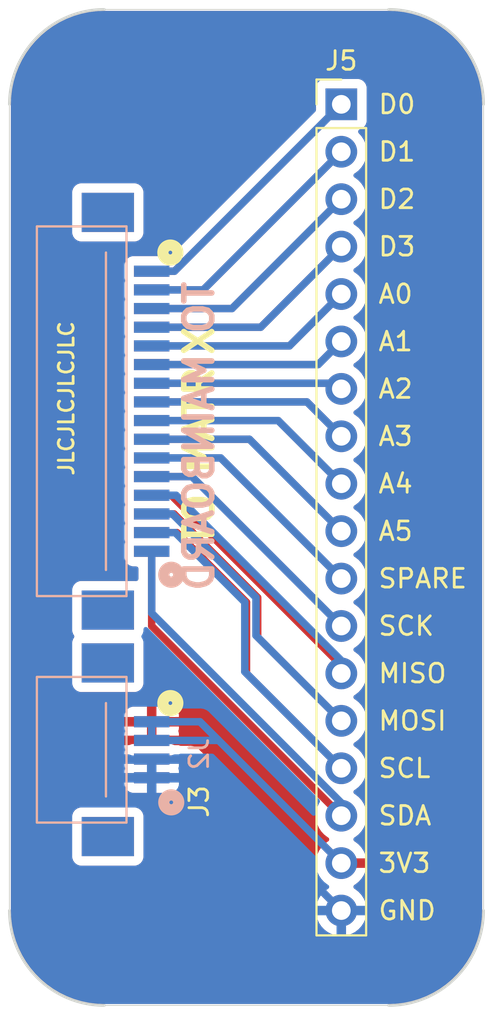
<source format=kicad_pcb>
(kicad_pcb (version 20221018) (generator pcbnew)
  (layers (0 "F.Cu" signal) (31 "B.Cu" signal) (34 "B.Paste" user) (35 "F.Paste" user) (36 "B.SilkS" user "B.Silkscreen") (37 "F.SilkS" user "F.Silkscreen") (38 "B.Mask" user) (39 "F.Mask" user) (44 "Edge.Cuts" user))
  (net 0 "")
  (net 1 "GND")
  (net 2 "SCK")
  (net 3 "MISO")
  (net 4 "MOSI")
  (net 5 "SCL")
  (net 6 "SDA")
  (net 7 "SPARE")
  (net 8 "A5")
  (net 9 "D1")
  (net 10 "A1")
  (net 11 "A0")
  (net 12 "A2")
  (net 13 "D3")
  (net 14 "D0")
  (net 15 "D2")
  (net 16 "A3")
  (net 17 "A4")
  (net 18 "+3V3")
  (footprint "Connector_PinHeader_2.54mm:PinHeader_1x18_P2.54mm_Vertical" (layer "F.Cu") (at 78.74 81.28)
    (fp_text reference "J5" (at 0 -2.33) (layer "F.SilkS"))
    (fp_text value "Conn_01x18")
    (fp_line (start -1.33 -1.33) (end 0 -1.33) (stroke (width 0.12)) (layer "F.SilkS"))
    (fp_line (start -1.33 0) (end -1.33 -1.33) (stroke (width 0.12)) (layer "F.SilkS"))
    (fp_line (start -1.33 1.27) (end -1.33 44.51) (stroke (width 0.12)) (layer "F.SilkS"))
    (fp_line (start -1.33 1.27) (end 1.33 1.27) (stroke (width 0.12)) (layer "F.SilkS"))
    (fp_line (start -1.33 44.51) (end 1.33 44.51) (stroke (width 0.12)) (layer "F.SilkS"))
    (fp_line (start 1.33 1.27) (end 1.33 44.51) (stroke (width 0.12)) (layer "F.SilkS"))
    (pad "1" thru_hole rect (at 0 0) (size 1.7 1.7) (drill 1) (layers "*.Cu" "*.Mask") (net 14 "D0"))
    (pad "2" thru_hole oval (at 0 2.54) (size 1.7 1.7) (drill 1) (layers "*.Cu" "*.Mask") (net 9 "D1"))
    (pad "3" thru_hole oval (at 0 5.08) (size 1.7 1.7) (drill 1) (layers "*.Cu" "*.Mask") (net 15 "D2"))
    (pad "4" thru_hole oval (at 0 7.62) (size 1.7 1.7) (drill 1) (layers "*.Cu" "*.Mask") (net 13 "D3"))
    (pad "5" thru_hole oval (at 0 10.16) (size 1.7 1.7) (drill 1) (layers "*.Cu" "*.Mask") (net 11 "A0"))
    (pad "6" thru_hole oval (at 0 12.7) (size 1.7 1.7) (drill 1) (layers "*.Cu" "*.Mask") (net 10 "A1"))
    (pad "7" thru_hole oval (at 0 15.24) (size 1.7 1.7) (drill 1) (layers "*.Cu" "*.Mask") (net 12 "A2"))
    (pad "8" thru_hole oval (at 0 17.78) (size 1.7 1.7) (drill 1) (layers "*.Cu" "*.Mask") (net 16 "A3"))
    (pad "9" thru_hole oval (at 0 20.32) (size 1.7 1.7) (drill 1) (layers "*.Cu" "*.Mask") (net 17 "A4"))
    (pad "10" thru_hole oval (at 0 22.86) (size 1.7 1.7) (drill 1) (layers "*.Cu" "*.Mask") (net 8 "A5"))
    (pad "11" thru_hole oval (at 0 25.4) (size 1.7 1.7) (drill 1) (layers "*.Cu" "*.Mask") (net 7 "SPARE"))
    (pad "12" thru_hole oval (at 0 27.94) (size 1.7 1.7) (drill 1) (layers "*.Cu" "*.Mask") (net 2 "SCK"))
    (pad "13" thru_hole oval (at 0 30.48) (size 1.7 1.7) (drill 1) (layers "*.Cu" "*.Mask") (net 3 "MISO"))
    (pad "14" thru_hole oval (at 0 33.02) (size 1.7 1.7) (drill 1) (layers "*.Cu" "*.Mask") (net 4 "MOSI"))
    (pad "15" thru_hole oval (at 0 35.56) (size 1.7 1.7) (drill 1) (layers "*.Cu" "*.Mask") (net 5 "SCL"))
    (pad "16" thru_hole oval (at 0 38.1) (size 1.7 1.7) (drill 1) (layers "*.Cu" "*.Mask") (net 6 "SDA"))
    (pad "17" thru_hole oval (at 0 40.64) (size 1.7 1.7) (drill 1) (layers "*.Cu" "*.Mask") (net 18 "+3V3"))
    (pad "18" thru_hole oval (at 0 43.18) (size 1.7 1.7) (drill 1) (layers "*.Cu" "*.Mask") (net 1 "GND"))
  )
  (footprint "Gigahawk:QUARTET_RECV_MAIN" (layer "F.Cu") (at 68.58 117.348 -90)
    (fp_text reference "J3" (at 1.27 -2.54 90) (layer "F.SilkS"))
    (fp_text value "QUARTET_RECV")
    (fp_line (start -29.53 1.35) (end -29.53 6.15) (stroke (width 0.12)) (layer "F.SilkS"))
    (fp_line (start -29.53 1.35) (end -9.73 1.35) (stroke (width 0.12)) (layer "F.SilkS"))
    (fp_line (start -29.53 6.15) (end -9.73 6.15) (stroke (width 0.12)) (layer "F.SilkS"))
    (fp_line (start -28.13 2.45) (end -11.13 2.45) (stroke (width 0.12)) (layer "F.SilkS"))
    (fp_line (start -9.73 6.15) (end -9.73 1.35) (stroke (width 0.12)) (layer "F.SilkS"))
    (fp_line (start -5.4 1.35) (end -5.4 6.15) (stroke (width 0.12)) (layer "F.SilkS"))
    (fp_line (start -5.4 1.35) (end 2.4 1.35) (stroke (width 0.12)) (layer "F.SilkS"))
    (fp_line (start -5.4 6.15) (end 2.4 6.15) (stroke (width 0.12)) (layer "F.SilkS"))
    (fp_line (start -4 2.45) (end 1 2.45) (stroke (width 0.12)) (layer "F.SilkS"))
    (fp_line (start 2.4 6.15) (end 2.4 1.35) (stroke (width 0.12)) (layer "F.SilkS"))
    (fp_circle (center -28.13 -1) (end -28.03 -1) (stroke (width 0.6)) (fill none) (layer "F.SilkS"))
    (fp_circle (center -4 -1) (end -3.9 -1) (stroke (width 0.6)) (fill none) (layer "F.SilkS"))
    (pad "1" smd rect (at -27.13 0 270) (size 0.6 1.9) (layers "F.Cu" "F.Paste" "F.Mask") (net 14 "D0"))
    (pad "2" smd rect (at -26.13 0 270) (size 0.6 1.9) (layers "F.Cu" "F.Paste" "F.Mask") (net 9 "D1"))
    (pad "3" smd rect (at -25.13 0 270) (size 0.6 1.9) (layers "F.Cu" "F.Paste" "F.Mask") (net 15 "D2"))
    (pad "4" smd rect (at -24.13 0 270) (size 0.6 1.9) (layers "F.Cu" "F.Paste" "F.Mask") (net 13 "D3"))
    (pad "5" smd rect (at -23.13 0 270) (size 0.6 1.9) (layers "F.Cu" "F.Paste" "F.Mask") (net 11 "A0"))
    (pad "6" smd rect (at -22.13 0 270) (size 0.6 1.9) (layers "F.Cu" "F.Paste" "F.Mask") (net 10 "A1"))
    (pad "7" smd rect (at -21.13 0 270) (size 0.6 1.9) (layers "F.Cu" "F.Paste" "F.Mask") (net 12 "A2"))
    (pad "8" smd rect (at -20.13 0 270) (size 0.6 1.9) (layers "F.Cu" "F.Paste" "F.Mask") (net 16 "A3"))
    (pad "9" smd rect (at -19.13 0 270) (size 0.6 1.9) (layers "F.Cu" "F.Paste" "F.Mask") (net 17 "A4"))
    (pad "10" smd rect (at -18.13 0 270) (size 0.6 1.9) (layers "F.Cu" "F.Paste" "F.Mask") (net 8 "A5"))
    (pad "11" smd rect (at -17.13 0 270) (size 0.6 1.9) (layers "F.Cu" "F.Paste" "F.Mask") (net 7 "SPARE"))
    (pad "12" smd rect (at -16.13 0 270) (size 0.6 1.9) (layers "F.Cu" "F.Paste" "F.Mask") (net 2 "SCK"))
    (pad "13" smd rect (at -15.13 0 270) (size 0.6 1.9) (layers "F.Cu" "F.Paste" "F.Mask") (net 3 "MISO"))
    (pad "14" smd rect (at -14.13 0 270) (size 0.6 1.9) (layers "F.Cu" "F.Paste" "F.Mask") (net 4 "MOSI"))
    (pad "15" smd rect (at -13.13 0 270) (size 0.6 1.9) (layers "F.Cu" "F.Paste" "F.Mask") (net 5 "SCL"))
    (pad "16" smd rect (at -12.13 0 270) (size 0.6 1.9) (layers "F.Cu" "F.Paste" "F.Mask") (net 6 "SDA"))
    (pad "17" smd rect (at -3 0 270) (size 0.6 1.9) (layers "F.Cu" "F.Paste" "F.Mask") (net 18 "+3V3"))
    (pad "18" smd rect (at -2 0 270) (size 0.6 1.9) (layers "F.Cu" "F.Paste" "F.Mask") (net 18 "+3V3"))
    (pad "19" smd rect (at -1 0 270) (size 0.6 1.9) (layers "F.Cu" "F.Paste" "F.Mask") (net 1 "GND"))
    (pad "20" smd rect (at 0 0 270) (size 0.6 1.9) (layers "F.Cu" "F.Paste" "F.Mask") (net 1 "GND"))
    (pad "MT1" smd rect (at -30.28 2.35 270) (size 2.1 2.8) (layers "F.Cu" "F.Paste" "F.Mask"))
    (pad "MT2" smd rect (at -8.98 2.35 270) (size 2.1 2.8) (layers "F.Cu" "F.Paste" "F.Mask"))
    (pad "MT3" smd rect (at -6.15 2.35 270) (size 2.1 2.8) (layers "F.Cu" "F.Paste" "F.Mask"))
    (pad "MT4" smd rect (at 3.15 2.35 270) (size 2.1 2.8) (layers "F.Cu" "F.Paste" "F.Mask"))
  )
  (footprint "Gigahawk:QUARTET_RECV_MATRIX" (layer "B.Cu") (at 68.58 117.348 90)
    (fp_text reference "J2" (at 1.27 2.54 90) (layer "B.SilkS") (effects (justify mirror)))
    (fp_text value "QUARTET_RECV")
    (fp_line (start -2.4 -6.15) (end -2.4 -1.35) (stroke (width 0.12)) (layer "B.SilkS"))
    (fp_line (start 4 -2.45) (end -1 -2.45) (stroke (width 0.12)) (layer "B.SilkS"))
    (fp_line (start 5.4 -6.15) (end -2.4 -6.15) (stroke (width 0.12)) (layer "B.SilkS"))
    (fp_line (start 5.4 -1.35) (end -2.4 -1.35) (stroke (width 0.12)) (layer "B.SilkS"))
    (fp_line (start 5.4 -1.35) (end 5.4 -6.15) (stroke (width 0.12)) (layer "B.SilkS"))
    (fp_line (start 9.73 -6.15) (end 9.73 -1.35) (stroke (width 0.12)) (layer "B.SilkS"))
    (fp_line (start 28.13 -2.45) (end 11.13 -2.45) (stroke (width 0.12)) (layer "B.SilkS"))
    (fp_line (start 29.53 -6.15) (end 9.73 -6.15) (stroke (width 0.12)) (layer "B.SilkS"))
    (fp_line (start 29.53 -1.35) (end 9.73 -1.35) (stroke (width 0.12)) (layer "B.SilkS"))
    (fp_line (start 29.53 -1.35) (end 29.53 -6.15) (stroke (width 0.12)) (layer "B.SilkS"))
    (fp_circle (center -1.318 1.048) (end -1.418 1.048) (stroke (width 0.6)) (fill none) (layer "B.SilkS"))
    (fp_circle (center 10.874 1.048) (end 10.774 1.048) (stroke (width 0.6)) (fill none) (layer "B.SilkS"))
    (pad "1" smd rect (at 27.13 0 270) (size 0.6 1.9) (layers "B.Cu" "B.Paste" "B.Mask") (net 14 "D0"))
    (pad "2" smd rect (at 26.13 0 270) (size 0.6 1.9) (layers "B.Cu" "B.Paste" "B.Mask") (net 9 "D1"))
    (pad "3" smd rect (at 25.13 0 270) (size 0.6 1.9) (layers "B.Cu" "B.Paste" "B.Mask") (net 15 "D2"))
    (pad "4" smd rect (at 24.13 0 270) (size 0.6 1.9) (layers "B.Cu" "B.Paste" "B.Mask") (net 13 "D3"))
    (pad "5" smd rect (at 23.13 0 270) (size 0.6 1.9) (layers "B.Cu" "B.Paste" "B.Mask") (net 11 "A0"))
    (pad "6" smd rect (at 22.13 0 270) (size 0.6 1.9) (layers "B.Cu" "B.Paste" "B.Mask") (net 10 "A1"))
    (pad "7" smd rect (at 21.13 0 270) (size 0.6 1.9) (layers "B.Cu" "B.Paste" "B.Mask") (net 12 "A2"))
    (pad "8" smd rect (at 20.13 0 270) (size 0.6 1.9) (layers "B.Cu" "B.Paste" "B.Mask") (net 16 "A3"))
    (pad "9" smd rect (at 19.13 0 270) (size 0.6 1.9) (layers "B.Cu" "B.Paste" "B.Mask") (net 17 "A4"))
    (pad "10" smd rect (at 18.13 0 270) (size 0.6 1.9) (layers "B.Cu" "B.Paste" "B.Mask") (net 8 "A5"))
    (pad "11" smd rect (at 17.13 0 270) (size 0.6 1.9) (layers "B.Cu" "B.Paste" "B.Mask") (net 7 "SPARE"))
    (pad "12" smd rect (at 16.13 0 270) (size 0.6 1.9) (layers "B.Cu" "B.Paste" "B.Mask") (net 2 "SCK"))
    (pad "13" smd rect (at 15.13 0 270) (size 0.6 1.9) (layers "B.Cu" "B.Paste" "B.Mask") (net 3 "MISO"))
    (pad "14" smd rect (at 14.13 0 270) (size 0.6 1.9) (layers "B.Cu" "B.Paste" "B.Mask") (net 4 "MOSI"))
    (pad "15" smd rect (at 13.13 0 270) (size 0.6 1.9) (layers "B.Cu" "B.Paste" "B.Mask") (net 5 "SCL"))
    (pad "16" smd rect (at 12.13 0 270) (size 0.6 1.9) (layers "B.Cu" "B.Paste" "B.Mask") (net 6 "SDA"))
    (pad "17" smd rect (at 3 0 270) (size 0.6 1.9) (layers "B.Cu" "B.Paste" "B.Mask") (net 18 "+3V3"))
    (pad "18" smd rect (at 2 0 270) (size 0.6 1.9) (layers "B.Cu" "B.Paste" "B.Mask") (net 18 "+3V3"))
    (pad "19" smd rect (at 1 0 270) (size 0.6 1.9) (layers "B.Cu" "B.Paste" "B.Mask") (net 1 "GND"))
    (pad "20" smd rect (at 0 0 270) (size 0.6 1.9) (layers "B.Cu" "B.Paste" "B.Mask") (net 1 "GND"))
    (pad "MT1" smd rect (at 30.28 -2.35 270) (size 2.1 2.8) (layers "B.Cu" "B.Paste" "B.Mask"))
    (pad "MT2" smd rect (at 8.98 -2.35 270) (size 2.1 2.8) (layers "B.Cu" "B.Paste" "B.Mask"))
    (pad "MT3" smd rect (at 6.15 -2.35 270) (size 2.1 2.8) (layers "B.Cu" "B.Paste" "B.Mask"))
    (pad "MT4" smd rect (at -3.15 -2.35 270) (size 2.1 2.8) (layers "B.Cu" "B.Paste" "B.Mask"))
  )
  (gr_line (start 66.04 129.54) (end 81.28 129.54) (stroke (width 0.05)) (layer "Edge.Cuts"))
  (gr_line (start 86.36 124.46) (end 86.36 81.28) (stroke (width 0.05)) (layer "Edge.Cuts"))
  (gr_line (start 81.28 76.2) (end 66.04 76.2) (stroke (width 0.05)) (layer "Edge.Cuts"))
  (gr_line (start 60.96 81.28) (end 60.96 124.46) (stroke (width 0.05)) (layer "Edge.Cuts"))
  (gr_arc (start 81.28 76.2) (mid 84.872102 77.687898) (end 86.36 81.28) (stroke (width 0.15)) (layer "Edge.Cuts"))
  (gr_arc (start 60.96 81.28) (mid 62.447898 77.687898) (end 66.04 76.2) (stroke (width 0.15)) (layer "Edge.Cuts"))
  (gr_arc (start 86.36 124.46) (mid 84.872102 128.052102) (end 81.28 129.54) (stroke (width 0.15)) (layer "Edge.Cuts"))
  (gr_arc (start 66.04 129.54) (mid 62.447898 128.052102) (end 60.96 124.46) (stroke (width 0.15)) (layer "Edge.Cuts"))
  (gr_text "TO MAINBOARD" (at 71.12 99.06 90) (layer "B.SilkS") (effects (font (size 1.5 1.5) (thickness 0.3)) (justify mirror)))
  (gr_text "SCL" (at 80.645 116.84) (layer "F.SilkS") (effects (font (size 1 1)) (justify left)))
  (gr_text "MOSI" (at 80.645 114.3) (layer "F.SilkS") (effects (font (size 1 1)) (justify left)))
  (gr_text "MISO" (at 80.645 111.76) (layer "F.SilkS") (effects (font (size 1 1)) (justify left)))
  (gr_text "SCK" (at 80.645 109.22) (layer "F.SilkS") (effects (font (size 1 1)) (justify left)))
  (gr_text "SPARE" (at 80.645 106.68) (layer "F.SilkS") (effects (font (size 1 1)) (justify left)))
  (gr_text "A5" (at 80.645 104.14) (layer "F.SilkS") (effects (font (size 1 1)) (justify left)))
  (gr_text "A4" (at 80.645 101.6) (layer "F.SilkS") (effects (font (size 1 1)) (justify left)))
  (gr_text "A3" (at 80.645 99.06) (layer "F.SilkS") (effects (font (size 1 1)) (justify left)))
  (gr_text "A2" (at 80.645 96.52) (layer "F.SilkS") (effects (font (size 1 1)) (justify left)))
  (gr_text "A1" (at 80.645 93.98) (layer "F.SilkS") (effects (font (size 1 1)) (justify left)))
  (gr_text "A0" (at 80.645 91.44) (layer "F.SilkS") (effects (font (size 1 1)) (justify left)))
  (gr_text "D3" (at 80.645 88.9) (layer "F.SilkS") (effects (font (size 1 1)) (justify left)))
  (gr_text "D2" (at 80.645 86.36) (layer "F.SilkS") (effects (font (size 1 1)) (justify left)))
  (gr_text "D1" (at 80.645 83.82) (layer "F.SilkS") (effects (font (size 1 1)) (justify left)))
  (gr_text "D0" (at 80.645 81.28) (layer "F.SilkS") (effects (font (size 1 1)) (justify left)))
  (gr_text "GND" (at 80.645 124.46) (layer "F.SilkS") (effects (font (size 1 1)) (justify left)))
  (gr_text "3V3" (at 80.645 121.92) (layer "F.SilkS") (effects (font (size 1 1)) (justify left)))
  (gr_text "SDA" (at 80.645 119.38) (layer "F.SilkS") (effects (font (size 1 1)) (justify left)))
  (gr_text "JLCJLCJLCJLC" (at 64.008 97.028 90) (layer "F.SilkS") (effects (font (size 0.8 0.8))))
  (gr_text "TO MATRIX" (at 71.12 99.06 90) (layer "F.SilkS") (effects (font (size 1.5 1.5) (thickness 0.3))))
  (segment (start 71.628 117.348) (end 78.74 124.46) (width 0.4) (layer "F.Cu") (net 1))
  (segment (start 68.58 116.348) (end 70.628 116.348) (width 0.4) (layer "F.Cu") (net 1))
  (segment (start 68.58 116.348) (end 68.58 117.348) (width 0.4) (layer "F.Cu") (net 1))
  (segment (start 70.628 116.348) (end 71.628 117.348) (width 0.4) (layer "F.Cu") (net 1))
  (segment (start 68.58 117.348) (end 71.628 117.348) (width 0.4) (layer "F.Cu") (net 1))
  (segment (start 78.74 124.46) (end 71.628 117.348) (width 0.4) (layer "B.Cu") (net 1))
  (segment (start 71.628 117.348) (end 68.58 117.348) (width 0.4) (layer "B.Cu") (net 1))
  (segment (start 68.58 117.348) (end 68.58 116.348) (width 0.4) (layer "B.Cu") (net 1))
  (segment (start 70.738 101.218) (end 78.74 109.22) (width 0.4) (layer "F.Cu") (net 2))
  (segment (start 68.58 101.218) (end 70.738 101.218) (width 0.4) (layer "F.Cu") (net 2))
  (segment (start 70.738 101.218) (end 68.58 101.218) (width 0.4) (layer "B.Cu") (net 2))
  (segment (start 78.74 109.22) (end 70.738 101.218) (width 0.4) (layer "B.Cu") (net 2))
  (segment (start 69.627084 102.218) (end 68.58 102.218) (width 0.4) (layer "F.Cu") (net 3))
  (segment (start 78.74 111.76) (end 78.74 111.407998) (width 0.4) (layer "F.Cu") (net 3))
  (segment (start 78.74 111.76) (end 78.74 111.330916) (width 0.4) (layer "F.Cu") (net 3))
  (segment (start 78.74 111.330916) (end 69.627084 102.218) (width 0.4) (layer "F.Cu") (net 3))
  (segment (start 68.58 102.218) (end 69.887998 102.218) (width 0.4) (layer "B.Cu") (net 3))
  (segment (start 78.74 111.070002) (end 78.74 111.76) (width 0.4) (layer "B.Cu") (net 3))
  (segment (start 69.887998 102.218) (end 78.74 111.070002) (width 0.4) (layer "B.Cu") (net 3))
  (segment (start 74.26001 107.699468) (end 69.778542 103.218) (width 0.4) (layer "F.Cu") (net 4))
  (segment (start 78.74 114.3) (end 74.260009 109.820009) (width 0.4) (layer "F.Cu") (net 4))
  (segment (start 74.260009 109.820009) (end 74.26001 107.699468) (width 0.4) (layer "F.Cu") (net 4))
  (segment (start 69.778542 103.218) (end 68.58 103.218) (width 0.4) (layer "F.Cu") (net 4))
  (segment (start 74.168 107.696) (end 69.69 103.218) (width 0.4) (layer "B.Cu") (net 4))
  (segment (start 74.168 109.728) (end 74.168 107.696) (width 0.4) (layer "B.Cu") (net 4))
  (segment (start 78.74 114.3) (end 74.168 109.728) (width 0.4) (layer "B.Cu") (net 4))
  (segment (start 69.69 103.218) (end 68.58 103.218) (width 0.4) (layer "B.Cu") (net 4))
  (segment (start 73.66 111.76) (end 78.74 116.84) (width 0.4) (layer "F.Cu") (net 5))
  (segment (start 69.93 104.218) (end 73.66 107.948) (width 0.4) (layer "F.Cu") (net 5))
  (segment (start 68.58 104.218) (end 69.93 104.218) (width 0.4) (layer "F.Cu") (net 5))
  (segment (start 73.66 107.948) (end 73.66 111.76) (width 0.4) (layer "F.Cu") (net 5))
  (segment (start 69.841458 104.218) (end 68.58 104.218) (width 0.4) (layer "B.Cu") (net 5))
  (segment (start 73.56799 107.944532) (end 69.841458 104.218) (width 0.4) (layer "B.Cu") (net 5))
  (segment (start 73.56799 111.66799) (end 73.56799 107.944532) (width 0.4) (layer "B.Cu") (net 5))
  (segment (start 78.74 116.84) (end 73.56799 111.66799) (width 0.4) (layer "B.Cu") (net 5))
  (segment (start 68.58 109.22) (end 68.58 105.218) (width 0.4) (layer "F.Cu") (net 6))
  (segment (start 78.74 119.38) (end 68.58 109.22) (width 0.4) (layer "F.Cu") (net 6))
  (segment (start 68.58 108.530002) (end 78.74 118.690002) (width 0.4) (layer "B.Cu") (net 6))
  (segment (start 78.74 118.690002) (end 78.74 119.38) (width 0.4) (layer "B.Cu") (net 6))
  (segment (start 68.58 105.218) (end 68.58 108.530002) (width 0.4) (layer "B.Cu") (net 6))
  (segment (start 78.74 106.68) (end 72.278 100.218) (width 0.4) (layer "F.Cu") (net 7))
  (segment (start 72.278 100.218) (end 68.58 100.218) (width 0.4) (layer "F.Cu") (net 7))
  (segment (start 72.278 100.218) (end 68.58 100.218) (width 0.4) (layer "B.Cu") (net 7))
  (segment (start 78.74 106.68) (end 72.278 100.218) (width 0.4) (layer "B.Cu") (net 7))
  (segment (start 78.74 104.14) (end 73.818 99.218) (width 0.4) (layer "F.Cu") (net 8))
  (segment (start 73.818 99.218) (end 68.58 99.218) (width 0.4) (layer "F.Cu") (net 8))
  (segment (start 73.818 99.218) (end 68.58 99.218) (width 0.4) (layer "B.Cu") (net 8))
  (segment (start 78.74 104.14) (end 73.818 99.218) (width 0.4) (layer "B.Cu") (net 8))
  (segment (start 71.342 91.218) (end 68.58 91.218) (width 0.4) (layer "F.Cu") (net 9))
  (segment (start 78.74 83.82) (end 71.342 91.218) (width 0.4) (layer "F.Cu") (net 9))
  (segment (start 78.74 83.82) (end 71.342 91.218) (width 0.4) (layer "B.Cu") (net 9))
  (segment (start 71.342 91.218) (end 68.58 91.218) (width 0.4) (layer "B.Cu") (net 9))
  (segment (start 78.74 93.98) (end 77.502 95.218) (width 0.4) (layer "F.Cu") (net 10))
  (segment (start 77.502 95.218) (end 68.58 95.218) (width 0.4) (layer "F.Cu") (net 10))
  (segment (start 78.74 93.98) (end 77.502 95.218) (width 0.4) (layer "B.Cu") (net 10))
  (segment (start 77.502 95.218) (end 68.58 95.218) (width 0.4) (layer "B.Cu") (net 10))
  (segment (start 78.74 91.44) (end 75.962 94.218) (width 0.4) (layer "F.Cu") (net 11))
  (segment (start 75.962 94.218) (end 68.58 94.218) (width 0.4) (layer "F.Cu") (net 11))
  (segment (start 75.962 94.218) (end 68.58 94.218) (width 0.4) (layer "B.Cu") (net 11))
  (segment (start 78.74 91.44) (end 75.962 94.218) (width 0.4) (layer "B.Cu") (net 11))
  (segment (start 78.74 96.52) (end 78.438 96.218) (width 0.4) (layer "F.Cu") (net 12))
  (segment (start 78.438 96.218) (end 68.58 96.218) (width 0.4) (layer "F.Cu") (net 12))
  (segment (start 78.438 96.218) (end 68.58 96.218) (width 0.4) (layer "B.Cu") (net 12))
  (segment (start 78.74 96.52) (end 78.438 96.218) (width 0.4) (layer "B.Cu") (net 12))
  (segment (start 74.422 93.218) (end 68.58 93.218) (width 0.4) (layer "F.Cu") (net 13))
  (segment (start 78.74 88.9) (end 74.422 93.218) (width 0.4) (layer "F.Cu") (net 13))
  (segment (start 78.74 88.9) (end 74.422 93.218) (width 0.4) (layer "B.Cu") (net 13))
  (segment (start 74.422 93.218) (end 68.58 93.218) (width 0.4) (layer "B.Cu") (net 13))
  (segment (start 69.802 90.218) (end 78.74 81.28) (width 0.4) (layer "F.Cu") (net 14))
  (segment (start 68.58 90.218) (end 69.802 90.218) (width 0.4) (layer "F.Cu") (net 14))
  (segment (start 68.58 90.218) (end 69.802 90.218) (width 0.4) (layer "B.Cu") (net 14))
  (segment (start 69.802 90.218) (end 78.74 81.28) (width 0.4) (layer "B.Cu") (net 14))
  (segment (start 78.74 86.36) (end 72.882 92.218) (width 0.4) (layer "F.Cu") (net 15))
  (segment (start 72.882 92.218) (end 68.58 92.218) (width 0.4) (layer "F.Cu") (net 15))
  (segment (start 72.882 92.218) (end 68.58 92.218) (width 0.4) (layer "B.Cu") (net 15))
  (segment (start 78.74 86.36) (end 72.882 92.218) (width 0.4) (layer "B.Cu") (net 15))
  (segment (start 78.74 99.06) (end 76.898 97.218) (width 0.4) (layer "F.Cu") (net 16))
  (segment (start 76.898 97.218) (end 68.58 97.218) (width 0.4) (layer "F.Cu") (net 16))
  (segment (start 76.898 97.218) (end 68.58 97.218) (width 0.4) (layer "B.Cu") (net 16))
  (segment (start 78.74 99.06) (end 76.898 97.218) (width 0.4) (layer "B.Cu") (net 16))
  (segment (start 75.358 98.218) (end 68.58 98.218) (width 0.4) (layer "F.Cu") (net 17))
  (segment (start 78.74 101.6) (end 75.358 98.218) (width 0.4) (layer "F.Cu") (net 17))
  (segment (start 78.74 101.6) (end 75.358 98.218) (width 0.4) (layer "B.Cu") (net 17))
  (segment (start 75.358 98.218) (end 68.58 98.218) (width 0.4) (layer "B.Cu") (net 17))
  (segment (start 78.74 121.92) (end 72.168 115.348) (width 0.4) (layer "F.Cu") (net 18))
  (segment (start 72.168 115.348) (end 68.58 115.348) (width 0.4) (layer "F.Cu") (net 18))
  (segment (start 78.74 121.92) (end 72.136 115.316) (width 0.4) (layer "B.Cu") (net 18))
  (segment (start 72.104 115.348) (end 68.58 115.348) (width 0.4) (layer "B.Cu") (net 18))
  (segment (start 68.58 114.348) (end 71.168 114.348) (width 0.4) (layer "B.Cu") (net 18))
  (segment (start 68.58 114.348) (end 68.58 115.348) (width 0.4) (layer "B.Cu") (net 18))
  (segment (start 72.136 115.316) (end 72.104 115.348) (width 0.4) (layer "B.Cu") (net 18))
  (segment (start 71.168 114.348) (end 72.136 115.316) (width 0.4) (layer "B.Cu") (net 18))
  (zone (net 18) (net_name "+3V3") (layer "F.Cu") (connect_pads (clearance 0.508)) (min_thickness 0.254) (fill yes (thermal_gap 0.508) (thermal_bridge_width 0.508))
    (polygon (pts (xy 86.868 130.048) (xy 60.452 130.048) (xy 60.452 75.692) (xy 86.868 75.692)))
  )
  (zone (net 1) (net_name "GND") (layer "B.Cu") (connect_pads (clearance 0.508)) (min_thickness 0.254) (fill yes (thermal_gap 0.508) (thermal_bridge_width 0.508))
    (polygon (pts (xy 86.868 130.048) (xy 60.452 130.048) (xy 60.452 75.692) (xy 86.868 75.692)))
  )
)
</source>
